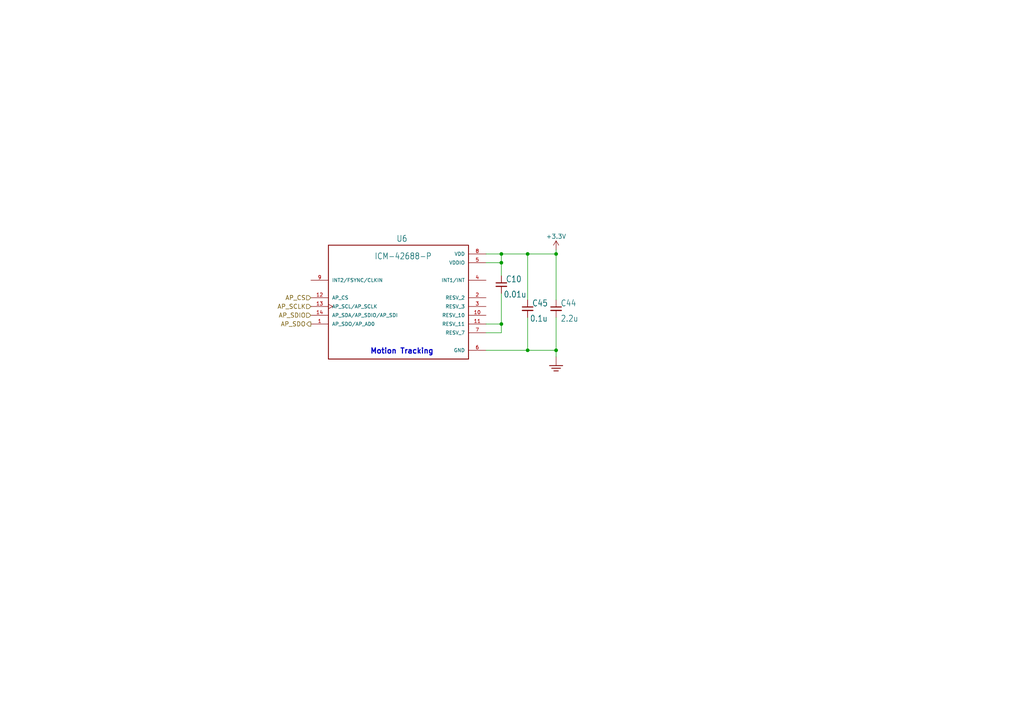
<source format=kicad_sch>
(kicad_sch (version 20230121) (generator eeschema)

  (uuid c228816c-fab8-47cb-8763-7bf8b0760171)

  (paper "A4")

  (lib_symbols
    (symbol "BRGRavionics-eagle-import:GND-EARTH" (power) (in_bom yes) (on_board yes)
      (property "Reference" "#SUPPLY" (at 0 0 0)
        (effects (font (size 1.27 1.27)) hide)
      )
      (property "Value" "GND-EARTH" (at 0 -3.175 0)
        (effects (font (size 1.778 1.5113)))
      )
      (property "Footprint" "" (at 0 0 0)
        (effects (font (size 1.27 1.27)) hide)
      )
      (property "Datasheet" "" (at 0 0 0)
        (effects (font (size 1.27 1.27)) hide)
      )
      (property "ki_locked" "" (at 0 0 0)
        (effects (font (size 1.27 1.27)))
      )
      (symbol "GND-EARTH_1_0"
        (polyline
          (pts
            (xy -1.905 0)
            (xy 1.905 0)
          )
          (stroke (width 0.254) (type solid))
          (fill (type none))
        )
        (polyline
          (pts
            (xy -1.27 -0.762)
            (xy 1.27 -0.762)
          )
          (stroke (width 0.254) (type solid))
          (fill (type none))
        )
        (polyline
          (pts
            (xy -0.635 -1.524)
            (xy 0.635 -1.524)
          )
          (stroke (width 0.254) (type solid))
          (fill (type none))
        )
        (pin power_in line (at 0 2.54 270) (length 2.54)
          (name "GND" (effects (font (size 0 0))))
          (number "1" (effects (font (size 0 0))))
        )
      )
    )
    (symbol "BRGRavionics:ICM-42688-P" (pin_names (offset 1.016)) (in_bom yes) (on_board yes)
      (property "Reference" "IC1" (at -0.635 17.78 0)
        (effects (font (size 1.778 1.5113)) (justify left))
      )
      (property "Value" "ICM-42688-P" (at -7.62 12.7 0)
        (effects (font (size 1.778 1.5113)) (justify left))
      )
      (property "Footprint" "PQFN50P300X250X97-14N" (at 0 0 0)
        (effects (font (size 1.27 1.27)) (justify bottom) hide)
      )
      (property "Datasheet" "" (at 0 0 0)
        (effects (font (size 1.27 1.27)) hide)
      )
      (property "DigiKey_Part_Number" "1428-ICM-42688-PTR-ND" (at 0 0 0)
        (effects (font (size 1.27 1.27)) (justify bottom) hide)
      )
      (property "MF" "TDK InvenSense" (at 0 0 0)
        (effects (font (size 1.27 1.27)) (justify bottom) hide)
      )
      (property "MAXIMUM_PACKAGE_HEIGHT" "0.97mm" (at 0 0 0)
        (effects (font (size 1.27 1.27)) (justify bottom) hide)
      )
      (property "Package" "LGA-14 TDK InvenSense" (at 0 0 0)
        (effects (font (size 1.27 1.27)) (justify bottom) hide)
      )
      (property "Check_prices" "https://www.snapeda.com/parts/ICM-42688-P/TDK+InvenSense/view-part/?ref=eda" (at 0 0 0)
        (effects (font (size 1.27 1.27)) (justify bottom) hide)
      )
      (property "STANDARD" "IPC-7351B" (at 0 0 0)
        (effects (font (size 1.27 1.27)) (justify bottom) hide)
      )
      (property "PARTREV" "1.2" (at 0 0 0)
        (effects (font (size 1.27 1.27)) (justify bottom) hide)
      )
      (property "SnapEDA_Link" "https://www.snapeda.com/parts/ICM-42688-P/TDK+InvenSense/view-part/?ref=snap" (at 0 0 0)
        (effects (font (size 1.27 1.27)) (justify bottom) hide)
      )
      (property "MP" "ICM-42688-P" (at 0 0 0)
        (effects (font (size 1.27 1.27)) (justify bottom) hide)
      )
      (property "Purchase-URL" "https://pricing.snapeda.com/search?q=ICM-42688-P&ref=eda" (at 0 0 0)
        (effects (font (size 1.27 1.27)) (justify bottom) hide)
      )
      (property "Description" "\nAccelerometer, Gyroscope, 6 Axis Sensor - Output\n" (at 0 0 0)
        (effects (font (size 1.27 1.27)) (justify bottom) hide)
      )
      (property "MANUFACTURER" "TDK InvenSense" (at 0 0 0)
        (effects (font (size 1.27 1.27)) (justify bottom) hide)
      )
      (symbol "ICM-42688-P_0_0"
        (rectangle (start -20.32 15.24) (end 20.32 -17.78)
          (stroke (width 0.254) (type default))
          (fill (type none))
        )
        (pin bidirectional line (at -25.4 -7.62 0) (length 5.08)
          (name "AP_SDO/AP_AD0" (effects (font (size 1.016 1.016))))
          (number "1" (effects (font (size 1.016 1.016))))
        )
        (pin passive line (at 25.4 -5.08 180) (length 5.08)
          (name "RESV_10" (effects (font (size 1.016 1.016))))
          (number "10" (effects (font (size 1.016 1.016))))
        )
        (pin passive line (at 25.4 -7.62 180) (length 5.08)
          (name "RESV_11" (effects (font (size 1.016 1.016))))
          (number "11" (effects (font (size 1.016 1.016))))
        )
        (pin input line (at -25.4 0 0) (length 5.08)
          (name "AP_CS" (effects (font (size 1.016 1.016))))
          (number "12" (effects (font (size 1.016 1.016))))
        )
        (pin input clock (at -25.4 -2.54 0) (length 5.08)
          (name "AP_SCL/AP_SCLK" (effects (font (size 1.016 1.016))))
          (number "13" (effects (font (size 1.016 1.016))))
        )
        (pin bidirectional line (at -25.4 -5.08 0) (length 5.08)
          (name "AP_SDA/AP_SDIO/AP_SDI" (effects (font (size 1.016 1.016))))
          (number "14" (effects (font (size 1.016 1.016))))
        )
        (pin passive line (at 25.4 0 180) (length 5.08)
          (name "RESV_2" (effects (font (size 1.016 1.016))))
          (number "2" (effects (font (size 1.016 1.016))))
        )
        (pin passive line (at 25.4 -2.54 180) (length 5.08)
          (name "RESV_3" (effects (font (size 1.016 1.016))))
          (number "3" (effects (font (size 1.016 1.016))))
        )
        (pin output line (at 25.4 5.08 180) (length 5.08)
          (name "INT1/INT" (effects (font (size 1.016 1.016))))
          (number "4" (effects (font (size 1.016 1.016))))
        )
        (pin power_in line (at 25.4 10.16 180) (length 5.08)
          (name "VDDIO" (effects (font (size 1.016 1.016))))
          (number "5" (effects (font (size 1.016 1.016))))
        )
        (pin power_in line (at 25.4 -15.24 180) (length 5.08)
          (name "GND" (effects (font (size 1.016 1.016))))
          (number "6" (effects (font (size 1.016 1.016))))
        )
        (pin passive line (at 25.4 -10.16 180) (length 5.08)
          (name "RESV_7" (effects (font (size 1.016 1.016))))
          (number "7" (effects (font (size 1.016 1.016))))
        )
        (pin power_in line (at 25.4 12.7 180) (length 5.08)
          (name "VDD" (effects (font (size 1.016 1.016))))
          (number "8" (effects (font (size 1.016 1.016))))
        )
        (pin bidirectional line (at -25.4 5.08 0) (length 5.08)
          (name "INT2/FSYNC/CLKIN" (effects (font (size 1.016 1.016))))
          (number "9" (effects (font (size 1.016 1.016))))
        )
      )
    )
    (symbol "Device:C_Small" (pin_numbers hide) (pin_names (offset 0.254) hide) (in_bom yes) (on_board yes)
      (property "Reference" "C" (at 0.254 1.778 0)
        (effects (font (size 1.27 1.27)) (justify left))
      )
      (property "Value" "C_Small" (at 0.254 -2.032 0)
        (effects (font (size 1.27 1.27)) (justify left))
      )
      (property "Footprint" "" (at 0 0 0)
        (effects (font (size 1.27 1.27)) hide)
      )
      (property "Datasheet" "~" (at 0 0 0)
        (effects (font (size 1.27 1.27)) hide)
      )
      (property "ki_keywords" "capacitor cap" (at 0 0 0)
        (effects (font (size 1.27 1.27)) hide)
      )
      (property "ki_description" "Unpolarized capacitor, small symbol" (at 0 0 0)
        (effects (font (size 1.27 1.27)) hide)
      )
      (property "ki_fp_filters" "C_*" (at 0 0 0)
        (effects (font (size 1.27 1.27)) hide)
      )
      (symbol "C_Small_0_1"
        (polyline
          (pts
            (xy -1.524 -0.508)
            (xy 1.524 -0.508)
          )
          (stroke (width 0.3302) (type default))
          (fill (type none))
        )
        (polyline
          (pts
            (xy -1.524 0.508)
            (xy 1.524 0.508)
          )
          (stroke (width 0.3048) (type default))
          (fill (type none))
        )
      )
      (symbol "C_Small_1_1"
        (pin passive line (at 0 2.54 270) (length 2.032)
          (name "~" (effects (font (size 1.27 1.27))))
          (number "1" (effects (font (size 1.27 1.27))))
        )
        (pin passive line (at 0 -2.54 90) (length 2.032)
          (name "~" (effects (font (size 1.27 1.27))))
          (number "2" (effects (font (size 1.27 1.27))))
        )
      )
    )
    (symbol "power:+3.3V" (power) (pin_names (offset 0)) (in_bom yes) (on_board yes)
      (property "Reference" "#PWR" (at 0 -3.81 0)
        (effects (font (size 1.27 1.27)) hide)
      )
      (property "Value" "+3.3V" (at 0 3.556 0)
        (effects (font (size 1.27 1.27)))
      )
      (property "Footprint" "" (at 0 0 0)
        (effects (font (size 1.27 1.27)) hide)
      )
      (property "Datasheet" "" (at 0 0 0)
        (effects (font (size 1.27 1.27)) hide)
      )
      (property "ki_keywords" "global power" (at 0 0 0)
        (effects (font (size 1.27 1.27)) hide)
      )
      (property "ki_description" "Power symbol creates a global label with name \"+3.3V\"" (at 0 0 0)
        (effects (font (size 1.27 1.27)) hide)
      )
      (symbol "+3.3V_0_1"
        (polyline
          (pts
            (xy -0.762 1.27)
            (xy 0 2.54)
          )
          (stroke (width 0) (type default))
          (fill (type none))
        )
        (polyline
          (pts
            (xy 0 0)
            (xy 0 2.54)
          )
          (stroke (width 0) (type default))
          (fill (type none))
        )
        (polyline
          (pts
            (xy 0 2.54)
            (xy 0.762 1.27)
          )
          (stroke (width 0) (type default))
          (fill (type none))
        )
      )
      (symbol "+3.3V_1_1"
        (pin power_in line (at 0 0 90) (length 0) hide
          (name "+3.3V" (effects (font (size 1.27 1.27))))
          (number "1" (effects (font (size 1.27 1.27))))
        )
      )
    )
  )

  (junction (at 161.29 101.6) (diameter 0) (color 0 0 0 0)
    (uuid 158397f0-95b7-4201-8748-99f47a752f81)
  )
  (junction (at 161.29 73.66) (diameter 0) (color 0 0 0 0)
    (uuid 4fd45324-934e-489e-a160-ad59e84eb946)
  )
  (junction (at 153.035 73.66) (diameter 0) (color 0 0 0 0)
    (uuid 70a4e3b8-56d8-42ef-a7fe-f67583f0648b)
  )
  (junction (at 145.415 93.98) (diameter 0) (color 0 0 0 0)
    (uuid 8ce1cbdd-fa34-4bf9-8c9d-da4978e27817)
  )
  (junction (at 145.415 76.2) (diameter 0) (color 0 0 0 0)
    (uuid beec45ea-1421-4881-a2b1-240e4a7576e1)
  )
  (junction (at 145.415 73.66) (diameter 0) (color 0 0 0 0)
    (uuid d167d059-88ff-4d22-a436-1d0bf92db79c)
  )
  (junction (at 153.035 101.6) (diameter 0) (color 0 0 0 0)
    (uuid d7c86c54-c62e-4d5a-bb8d-0b2f6e4dd333)
  )

  (wire (pts (xy 140.97 76.2) (xy 145.415 76.2))
    (stroke (width 0) (type default))
    (uuid 5301e6c0-b28c-4e8a-9f23-65dd4572e108)
  )
  (wire (pts (xy 161.29 101.6) (xy 161.29 103.505))
    (stroke (width 0) (type default))
    (uuid 5a906b04-eec0-4f75-be15-a8a6410ff5a4)
  )
  (wire (pts (xy 145.415 73.66) (xy 153.035 73.66))
    (stroke (width 0) (type default))
    (uuid 6dec96ac-c7a9-464a-8c5b-22f562f365ea)
  )
  (wire (pts (xy 140.97 96.52) (xy 145.415 96.52))
    (stroke (width 0) (type default))
    (uuid 8155c3de-6975-4d82-af7e-2c566c5b65d9)
  )
  (wire (pts (xy 145.415 85.09) (xy 145.415 93.98))
    (stroke (width 0) (type default))
    (uuid 891624ab-9318-4b38-ae0c-4582df141789)
  )
  (wire (pts (xy 145.415 96.52) (xy 145.415 93.98))
    (stroke (width 0) (type default))
    (uuid 9176daca-a441-4989-abb0-41984c2cfba4)
  )
  (wire (pts (xy 161.29 73.66) (xy 161.29 72.39))
    (stroke (width 0) (type default))
    (uuid 96064d74-04a8-47ef-9209-3e0677da9f71)
  )
  (wire (pts (xy 140.97 101.6) (xy 153.035 101.6))
    (stroke (width 0.1524) (type solid))
    (uuid 992612cf-72ac-48f9-9627-b04ccf160a96)
  )
  (wire (pts (xy 161.29 73.66) (xy 161.29 86.995))
    (stroke (width 0) (type default))
    (uuid ad13fa9e-cbec-4420-90d1-cccbba68a5d6)
  )
  (wire (pts (xy 140.97 73.66) (xy 145.415 73.66))
    (stroke (width 0) (type default))
    (uuid b15c288d-aea6-43b6-9d55-7f6035ee18f7)
  )
  (wire (pts (xy 140.97 93.98) (xy 145.415 93.98))
    (stroke (width 0) (type default))
    (uuid b69c086f-3126-4595-80f1-f90432123fbf)
  )
  (wire (pts (xy 153.035 73.66) (xy 153.035 86.995))
    (stroke (width 0) (type default))
    (uuid bbffde05-23e4-45a5-aa13-49a0ead61889)
  )
  (wire (pts (xy 161.29 92.075) (xy 161.29 101.6))
    (stroke (width 0.1524) (type solid))
    (uuid bdc576d8-e4f7-4873-8217-b9a437b2f5b2)
  )
  (wire (pts (xy 145.415 76.2) (xy 145.415 80.01))
    (stroke (width 0) (type default))
    (uuid c235ba66-34f7-49a5-9ded-5e38e2b435b4)
  )
  (wire (pts (xy 145.415 73.66) (xy 145.415 76.2))
    (stroke (width 0) (type default))
    (uuid c8e362c3-2951-4743-adfe-e65b6b1f7a03)
  )
  (wire (pts (xy 153.035 101.6) (xy 161.29 101.6))
    (stroke (width 0.1524) (type solid))
    (uuid e08ffbd0-d2d8-4d01-b36b-41e251cb06e5)
  )
  (wire (pts (xy 153.035 73.66) (xy 161.29 73.66))
    (stroke (width 0) (type default))
    (uuid f264af04-2edd-44bf-9ad2-4a1bc71f8540)
  )
  (wire (pts (xy 153.035 92.075) (xy 153.035 101.6))
    (stroke (width 0.1524) (type solid))
    (uuid f35c96e2-e39c-40c7-88d6-28041106d6c6)
  )

  (text "Motion Tracking" (at 107.315 102.87 0)
    (effects (font (size 1.524 1.524) (thickness 0.3048) bold) (justify left bottom))
    (uuid 107683b6-9b5f-4572-97c2-4c070a5eeb4e)
  )

  (hierarchical_label "AP_SDIO" (shape input) (at 90.17 91.44 180) (fields_autoplaced)
    (effects (font (size 1.27 1.27)) (justify right))
    (uuid 15747633-1f07-4f94-9281-a8079a7f61cf)
  )
  (hierarchical_label "AP_CS" (shape input) (at 90.17 86.36 180) (fields_autoplaced)
    (effects (font (size 1.27 1.27)) (justify right))
    (uuid 4a5cc240-884c-4eee-a8ad-446ed3cf80f8)
  )
  (hierarchical_label "AP_SCLK" (shape input) (at 90.17 88.9 180) (fields_autoplaced)
    (effects (font (size 1.27 1.27)) (justify right))
    (uuid a1c9f0b5-3953-41cc-8696-ee4ce9891677)
  )
  (hierarchical_label "AP_SDO" (shape output) (at 90.17 93.98 180) (fields_autoplaced)
    (effects (font (size 1.27 1.27)) (justify right))
    (uuid c3819497-7430-4f4f-bb2d-0576e4660cf7)
  )

  (symbol (lib_id "BRGRavionics:ICM-42688-P") (at 115.57 86.36 0) (unit 1)
    (in_bom yes) (on_board yes) (dnp no)
    (uuid 2914b459-85bd-49ce-a4c9-2bc68e4223cd)
    (property "Reference" "U6" (at 114.935 69.215 0)
      (effects (font (size 1.778 1.5113)) (justify left))
    )
    (property "Value" "ICM-42688-P" (at 108.585 74.295 0)
      (effects (font (size 1.778 1.5113)) (justify left))
    )
    (property "Footprint" "BRGRavionics:PQFN50P300X250X97-14N" (at 115.57 86.36 0)
      (effects (font (size 1.27 1.27)) (justify bottom) hide)
    )
    (property "Datasheet" "" (at 115.57 86.36 0)
      (effects (font (size 1.27 1.27)) hide)
    )
    (property "DigiKey_Part_Number" "1428-ICM-42688-PTR-ND" (at 115.57 86.36 0)
      (effects (font (size 1.27 1.27)) (justify bottom) hide)
    )
    (property "MF" "TDK InvenSense" (at 115.57 86.36 0)
      (effects (font (size 1.27 1.27)) (justify bottom) hide)
    )
    (property "MAXIMUM_PACKAGE_HEIGHT" "0.97mm" (at 115.57 86.36 0)
      (effects (font (size 1.27 1.27)) (justify bottom) hide)
    )
    (property "Package" "LGA-14 TDK InvenSense" (at 115.57 86.36 0)
      (effects (font (size 1.27 1.27)) (justify bottom) hide)
    )
    (property "Check_prices" "https://www.snapeda.com/parts/ICM-42688-P/TDK+InvenSense/view-part/?ref=eda" (at 115.57 86.36 0)
      (effects (font (size 1.27 1.27)) (justify bottom) hide)
    )
    (property "STANDARD" "IPC-7351B" (at 115.57 86.36 0)
      (effects (font (size 1.27 1.27)) (justify bottom) hide)
    )
    (property "PARTREV" "1.2" (at 115.57 86.36 0)
      (effects (font (size 1.27 1.27)) (justify bottom) hide)
    )
    (property "SnapEDA_Link" "https://www.snapeda.com/parts/ICM-42688-P/TDK+InvenSense/view-part/?ref=snap" (at 115.57 86.36 0)
      (effects (font (size 1.27 1.27)) (justify bottom) hide)
    )
    (property "MP" "" (at 115.57 86.36 0)
      (effects (font (size 1.27 1.27)) (justify bottom) hide)
    )
    (property "Purchase-URL" "https://pricing.snapeda.com/search?q=ICM-42688-P&ref=eda" (at 115.57 86.36 0)
      (effects (font (size 1.27 1.27)) (justify bottom) hide)
    )
    (property "Description" "\nAccelerometer, Gyroscope, 6 Axis Sensor - Output\n" (at 115.57 86.36 0)
      (effects (font (size 1.27 1.27)) (justify bottom) hide)
    )
    (property "MANUFACTURER" "TDK InvenSense" (at 115.57 86.36 0)
      (effects (font (size 1.27 1.27)) (justify bottom) hide)
    )
    (property "PN" "ICM-42688-P" (at 115.57 86.36 0)
      (effects (font (size 1.27 1.27)) hide)
    )
    (pin "1" (uuid 40386603-7195-4532-b90f-d00a8d9c8be9))
    (pin "10" (uuid 83eebd6b-03c0-4e49-b639-b962bfde4ac3))
    (pin "11" (uuid 3c010ce4-3dd3-4c39-b45b-7fdf7c82ff24))
    (pin "12" (uuid 20536cae-72dd-4bf6-af7e-6e20b3e6cc6e))
    (pin "13" (uuid f289ba88-eb52-43f3-afd8-c6b8d3dcf2c4))
    (pin "14" (uuid ed0920f2-6441-4d84-b399-3fe8c1f9dfca))
    (pin "2" (uuid ede36957-7c00-459d-9e12-712c425a014a))
    (pin "3" (uuid 3f195254-4a36-456f-974e-2dedae7a35ff))
    (pin "4" (uuid b9dd4cda-3bc1-415c-bdbf-61dd0f65a804))
    (pin "5" (uuid 4aa4532e-db69-4de1-b167-a1b558c1d1b4))
    (pin "6" (uuid f1112fb0-dab0-418d-9548-50fceec0d39b))
    (pin "7" (uuid e7ad087e-edaa-4962-bc51-3d05637237d4))
    (pin "8" (uuid 0a323a7a-30ce-4af1-8b64-6d9682ba56ab))
    (pin "9" (uuid 941d78e7-a77e-4555-88cd-ae65bd9a6a8b))
    (instances
      (project "BRGRavionics"
        (path "/4e6fd9e4-e85c-45d6-9f9c-1f20b37f8bd7/da090219-0c56-4f55-b914-9eb69fa381d2"
          (reference "U6") (unit 1)
        )
        (path "/4e6fd9e4-e85c-45d6-9f9c-1f20b37f8bd7/81261bc8-475e-4f2d-a0d1-98653b88bb42"
          (reference "U15") (unit 1)
        )
      )
    )
  )

  (symbol (lib_id "power:+3.3V") (at 161.29 72.39 0) (unit 1)
    (in_bom yes) (on_board yes) (dnp no) (fields_autoplaced)
    (uuid 49ad2f53-fb23-44df-93fe-e1dc533a89a1)
    (property "Reference" "#PWR010" (at 161.29 76.2 0)
      (effects (font (size 1.27 1.27)) hide)
    )
    (property "Value" "+3.3V" (at 161.29 68.58 0)
      (effects (font (size 1.27 1.27)))
    )
    (property "Footprint" "" (at 161.29 72.39 0)
      (effects (font (size 1.27 1.27)) hide)
    )
    (property "Datasheet" "" (at 161.29 72.39 0)
      (effects (font (size 1.27 1.27)) hide)
    )
    (pin "1" (uuid 82c0a6b4-24bb-4948-8e5e-69fa0c16705a))
    (instances
      (project "BRGRavionics"
        (path "/4e6fd9e4-e85c-45d6-9f9c-1f20b37f8bd7/da090219-0c56-4f55-b914-9eb69fa381d2"
          (reference "#PWR010") (unit 1)
        )
        (path "/4e6fd9e4-e85c-45d6-9f9c-1f20b37f8bd7/81261bc8-475e-4f2d-a0d1-98653b88bb42"
          (reference "#PWR06") (unit 1)
        )
      )
    )
  )

  (symbol (lib_id "Device:C_Small") (at 153.035 89.535 0) (unit 1)
    (in_bom yes) (on_board yes) (dnp no)
    (uuid 769d7811-72e1-4a9a-9006-ad107414b1bd)
    (property "Reference" "C45" (at 154.305 88.9 0)
      (effects (font (size 1.778 1.5113)) (justify left bottom))
    )
    (property "Value" "0.1u" (at 153.67 93.345 0)
      (effects (font (size 1.778 1.5113)) (justify left bottom))
    )
    (property "Footprint" "Capacitor_SMD:C_0603_1608Metric" (at 153.035 89.535 0)
      (effects (font (size 1.27 1.27)) hide)
    )
    (property "Datasheet" "~" (at 153.035 89.535 0)
      (effects (font (size 1.27 1.27)) hide)
    )
    (pin "1" (uuid e5a989d3-e619-45c5-82a7-399765d250d9))
    (pin "2" (uuid c93c9284-092d-49d5-b878-40fd2e0e57be))
    (instances
      (project "BRGRavionics"
        (path "/4e6fd9e4-e85c-45d6-9f9c-1f20b37f8bd7/da090219-0c56-4f55-b914-9eb69fa381d2"
          (reference "C45") (unit 1)
        )
        (path "/4e6fd9e4-e85c-45d6-9f9c-1f20b37f8bd7/81261bc8-475e-4f2d-a0d1-98653b88bb42"
          (reference "C47") (unit 1)
        )
      )
    )
  )

  (symbol (lib_id "Device:C_Small") (at 161.29 89.535 0) (unit 1)
    (in_bom yes) (on_board yes) (dnp no)
    (uuid cb66ba50-82d5-468f-b804-9e8821d6f08f)
    (property "Reference" "C44" (at 162.56 88.9 0)
      (effects (font (size 1.778 1.5113)) (justify left bottom))
    )
    (property "Value" "2.2u" (at 162.56 93.345 0)
      (effects (font (size 1.778 1.5113)) (justify left bottom))
    )
    (property "Footprint" "Capacitor_SMD:C_0603_1608Metric" (at 161.29 89.535 0)
      (effects (font (size 1.27 1.27)) hide)
    )
    (property "Datasheet" "~" (at 161.29 89.535 0)
      (effects (font (size 1.27 1.27)) hide)
    )
    (pin "1" (uuid 0e017ccc-1b2f-4c4c-ac32-e75a9fd65c55))
    (pin "2" (uuid e21ff7d3-ec58-464c-b709-bad1c3b7fdd7))
    (instances
      (project "BRGRavionics"
        (path "/4e6fd9e4-e85c-45d6-9f9c-1f20b37f8bd7/da090219-0c56-4f55-b914-9eb69fa381d2"
          (reference "C44") (unit 1)
        )
        (path "/4e6fd9e4-e85c-45d6-9f9c-1f20b37f8bd7/81261bc8-475e-4f2d-a0d1-98653b88bb42"
          (reference "C48") (unit 1)
        )
      )
    )
  )

  (symbol (lib_id "Device:C_Small") (at 145.415 82.55 0) (unit 1)
    (in_bom yes) (on_board yes) (dnp no)
    (uuid e1dcecd8-b2b3-4137-811f-b02f0d416758)
    (property "Reference" "C10" (at 146.685 81.915 0)
      (effects (font (size 1.778 1.5113)) (justify left bottom))
    )
    (property "Value" "0.01u" (at 146.05 86.36 0)
      (effects (font (size 1.778 1.5113)) (justify left bottom))
    )
    (property "Footprint" "Capacitor_SMD:C_0603_1608Metric" (at 145.415 82.55 0)
      (effects (font (size 1.27 1.27)) hide)
    )
    (property "Datasheet" "~" (at 145.415 82.55 0)
      (effects (font (size 1.27 1.27)) hide)
    )
    (pin "1" (uuid 3a73d4d4-78d3-435e-b2fc-532826712a06))
    (pin "2" (uuid 9ebd5926-981f-4534-b71a-efac0bfaadd2))
    (instances
      (project "BRGRavionics"
        (path "/4e6fd9e4-e85c-45d6-9f9c-1f20b37f8bd7/da090219-0c56-4f55-b914-9eb69fa381d2"
          (reference "C10") (unit 1)
        )
        (path "/4e6fd9e4-e85c-45d6-9f9c-1f20b37f8bd7/81261bc8-475e-4f2d-a0d1-98653b88bb42"
          (reference "C46") (unit 1)
        )
      )
    )
  )

  (symbol (lib_id "BRGRavionics-eagle-import:GND-EARTH") (at 161.29 106.045 0) (unit 1)
    (in_bom yes) (on_board yes) (dnp no)
    (uuid f71067aa-7610-4d09-8788-fb144e8a93e5)
    (property "Reference" "#SUPPLY051" (at 161.29 106.045 0)
      (effects (font (size 1.27 1.27)) hide)
    )
    (property "Value" "GND" (at 161.29 109.22 0)
      (effects (font (size 1.778 1.5113)) hide)
    )
    (property "Footprint" "" (at 161.29 106.045 0)
      (effects (font (size 1.27 1.27)) hide)
    )
    (property "Datasheet" "" (at 161.29 106.045 0)
      (effects (font (size 1.27 1.27)) hide)
    )
    (pin "1" (uuid 54997240-d6ad-4a03-9f9f-3cfa095e6e36))
    (instances
      (project "BRGRavionics"
        (path "/4e6fd9e4-e85c-45d6-9f9c-1f20b37f8bd7/da090219-0c56-4f55-b914-9eb69fa381d2"
          (reference "#SUPPLY051") (unit 1)
        )
        (path "/4e6fd9e4-e85c-45d6-9f9c-1f20b37f8bd7/81261bc8-475e-4f2d-a0d1-98653b88bb42"
          (reference "#SUPPLY02") (unit 1)
        )
      )
    )
  )
)

</source>
